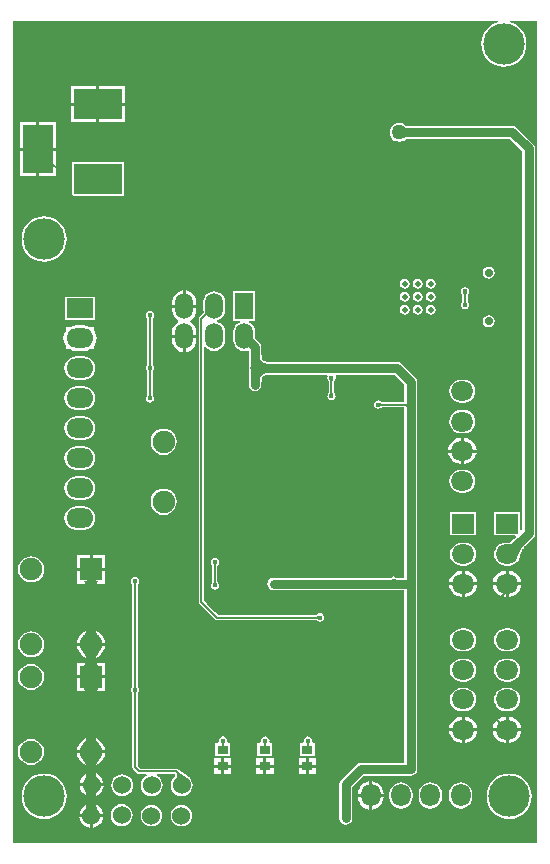
<source format=gbl>
%FSTAX23Y23*%
%MOIN*%
%SFA1B1*%

%IPPOS*%
%ADD12C,0.006000*%
%ADD13C,0.007900*%
%ADD27R,0.037400X0.031500*%
%ADD36C,0.060000*%
%ADD37O,0.065000X0.075000*%
%ADD38C,0.075000*%
%ADD39O,0.075000X0.065000*%
%ADD40C,0.027600*%
%ADD41R,0.160000X0.100000*%
%ADD42R,0.100000X0.160000*%
%ADD43R,0.075000X0.065000*%
%ADD44R,0.060000X0.086000*%
%ADD45O,0.060000X0.086000*%
%ADD46R,0.075000X0.075000*%
%ADD47O,0.090000X0.065000*%
%ADD48R,0.090000X0.065000*%
%ADD49C,0.138000*%
%ADD50C,0.015700*%
%ADD51C,0.030000*%
%ADD55C,0.019700*%
%ADD56C,0.050000*%
%LNpcb_bug-1*%
%LPD*%
G36*
X0406Y02327D02*
X02314D01*
Y05069*
X03929*
X03929Y05064*
X03921Y05061*
X03908Y05054*
X03897Y05045*
X03887Y05034*
X0388Y05021*
X03876Y05007*
X03874Y04992*
X03876Y04977*
X0388Y04963*
X03887Y0495*
X03897Y04939*
X03908Y04929*
X03921Y04922*
X03935Y04918*
X0395Y04916*
X03965Y04918*
X03979Y04922*
X03992Y04929*
X04003Y04939*
X04013Y0495*
X04019Y04963*
X04024Y04977*
X04025Y04992*
X04024Y05007*
X04019Y05021*
X04013Y05034*
X04003Y05045*
X03992Y05054*
X03979Y05061*
X0397Y05064*
X03971Y05069*
X0406*
Y02327*
G37*
%LNpcb_bug-2*%
%LPC*%
G36*
X02686Y04851D02*
X02601D01*
Y04796*
X02686*
Y04851*
G37*
G36*
X02591D02*
X02506D01*
Y04796*
X02591*
Y04851*
G37*
G36*
X02686Y04786D02*
X02601D01*
Y04731*
X02686*
Y04786*
G37*
G36*
X02591D02*
X02506D01*
Y04731*
X02591*
Y04786*
G37*
G36*
X02456Y04731D02*
X02401D01*
Y04646*
X02456*
Y04731*
G37*
G36*
X02391D02*
X02336D01*
Y04646*
X02391*
Y04731*
G37*
G36*
X02456Y04636D02*
X02401D01*
Y04551*
X02456*
Y04636*
G37*
G36*
X02391D02*
X02336D01*
Y04551*
X02391*
Y04636*
G37*
G36*
X02682Y04597D02*
X0251D01*
Y04485*
X02682*
Y04597*
G37*
G36*
X02417Y04417D02*
X02402Y04416D01*
X02388Y04411*
X02375Y04404*
X02364Y04395*
X02354Y04384*
X02347Y04371*
X02343Y04356*
X02342Y04342*
X02343Y04327*
X02347Y04313*
X02354Y043*
X02364Y04288*
X02375Y04279*
X02388Y04272*
X02402Y04268*
X02417Y04266*
X02432Y04268*
X02446Y04272*
X02459Y04279*
X0247Y04288*
X0248Y043*
X02487Y04313*
X02491Y04327*
X02492Y04342*
X02491Y04356*
X02487Y04371*
X0248Y04384*
X0247Y04395*
X02459Y04404*
X02446Y04411*
X02432Y04416*
X02417Y04417*
G37*
G36*
X039Y0425D02*
X03892Y04249D01*
X03885Y04245*
X03881Y04238*
X03879Y0423*
X03881Y04223*
X03885Y04216*
X03892Y04212*
X039Y0421*
X03907Y04212*
X03914Y04216*
X03918Y04223*
X0392Y0423*
X03918Y04238*
X03914Y04245*
X03907Y04249*
X039Y0425*
G37*
G36*
X03706Y04209D02*
X037Y04208D01*
X03695Y04204*
X03691Y04199*
X0369Y04193*
X03691Y04186*
X03695Y04181*
X037Y04178*
X03706Y04176*
X03712Y04178*
X03718Y04181*
X03721Y04186*
X03722Y04193*
X03721Y04199*
X03718Y04204*
X03712Y04208*
X03706Y04209*
G37*
G36*
X03663D02*
X03657Y04208D01*
X03651Y04204*
X03648Y04199*
X03647Y04193*
X03648Y04186*
X03651Y04181*
X03657Y04178*
X03663Y04176*
X03669Y04178*
X03674Y04181*
X03678Y04186*
X03679Y04193*
X03678Y04199*
X03674Y04204*
X03669Y04208*
X03663Y04209*
G37*
G36*
X0362D02*
X03613Y04208D01*
X03608Y04204*
X03605Y04199*
X03603Y04193*
X03605Y04186*
X03608Y04181*
X03613Y04178*
X0362Y04176*
X03626Y04178*
X03631Y04181*
X03634Y04186*
X03636Y04193*
X03634Y04199*
X03631Y04204*
X03626Y04208*
X0362Y04209*
G37*
G36*
X03706Y04165D02*
X037Y04164D01*
X03695Y04161*
X03691Y04155*
X0369Y04149*
X03691Y04143*
X03695Y04138*
X037Y04134*
X03706Y04133*
X03712Y04134*
X03718Y04138*
X03721Y04143*
X03722Y04149*
X03721Y04155*
X03718Y04161*
X03712Y04164*
X03706Y04165*
G37*
G36*
X03663D02*
X03657Y04164D01*
X03651Y04161*
X03648Y04155*
X03647Y04149*
X03648Y04143*
X03651Y04138*
X03657Y04134*
X03663Y04133*
X03669Y04134*
X03674Y04138*
X03678Y04143*
X03679Y04149*
X03678Y04155*
X03674Y04161*
X03669Y04164*
X03663Y04165*
G37*
G36*
X0362D02*
X03613Y04164D01*
X03608Y04161*
X03605Y04155*
X03603Y04149*
X03605Y04143*
X03608Y04138*
X03613Y04134*
X0362Y04133*
X03626Y04134*
X03631Y04138*
X03634Y04143*
X03636Y04149*
X03634Y04155*
X03631Y04161*
X03626Y04164*
X0362Y04165*
G37*
G36*
X0289Y04171D02*
Y04161D01*
X0289Y04161*
X02891Y04161*
X0289*
Y04123*
X02925*
Y04131*
X02924Y04142*
X0292Y04152*
X02914Y0416*
X02905Y04166*
X02896Y0417*
X0289Y04171*
G37*
G36*
X0288D02*
X02875Y0417D01*
X02865Y04166*
X02857Y0416*
X0285Y04152*
X02846Y04142*
X02845Y04131*
Y04123*
X0288*
Y04161*
X02879*
X0288Y04161*
X0288Y04161*
Y04171*
G37*
G36*
X0382Y04181D02*
X03815Y0418D01*
X0381Y04177*
X03807Y04172*
X03806Y04167*
X03807Y04161*
X0381Y04158*
Y04158*
Y04157*
Y04157*
X0381Y04157*
Y04157*
Y04157*
X0381Y04157*
X0381Y04155*
Y04155*
X0381Y04154*
Y04135*
X0381Y04135*
X0381Y04133*
Y04133*
X0381Y04133*
Y04133*
X0381Y04132*
Y04132*
Y04132*
Y04132*
X03807Y04128*
X03806Y04123*
X03807Y04118*
X0381Y04113*
X03815Y0411*
X0382Y04109*
X03826Y0411*
X0383Y04113*
X03834Y04118*
X03835Y04123*
X03834Y04128*
X03831Y04132*
Y04132*
Y04132*
Y04132*
X03831Y04133*
Y04133*
X03831Y04133*
X03831Y04134*
Y04135*
X03831Y04135*
Y04154*
X03831Y04155*
X03831Y04156*
Y04156*
X03831Y04157*
Y04157*
Y04157*
X03831Y04157*
Y04157*
Y04158*
Y04158*
X03834Y04161*
X03835Y04167*
X03834Y04172*
X0383Y04177*
X03826Y0418*
X0382Y04181*
G37*
G36*
X03706Y04122D02*
X037Y04121D01*
X03695Y04117*
X03691Y04112*
X0369Y04106*
X03691Y041*
X03695Y04095*
X037Y04091*
X03706Y0409*
X03712Y04091*
X03718Y04095*
X03721Y041*
X03722Y04106*
X03721Y04112*
X03718Y04117*
X03712Y04121*
X03706Y04122*
G37*
G36*
X03663D02*
X03657Y04121D01*
X03651Y04117*
X03648Y04112*
X03647Y04106*
X03648Y041*
X03651Y04095*
X03657Y04091*
X03663Y0409*
X03669Y04091*
X03674Y04095*
X03678Y041*
X03679Y04106*
X03678Y04112*
X03674Y04117*
X03669Y04121*
X03663Y04122*
G37*
G36*
X0362D02*
X03613Y04121D01*
X03608Y04117*
X03605Y04112*
X03603Y04106*
X03605Y041*
X03608Y04095*
X03613Y04091*
X0362Y0409*
X03626Y04091*
X03631Y04095*
X03634Y041*
X03636Y04106*
X03634Y04112*
X03631Y04117*
X03626Y04121*
X0362Y04122*
G37*
G36*
X02588Y0415D02*
X02486D01*
Y04073*
X02588*
Y0415*
G37*
G36*
X039Y04087D02*
X03892Y04086D01*
X03885Y04081*
X03881Y04075*
X03879Y04067*
X03881Y04059*
X03885Y04053*
X03892Y04048*
X039Y04047*
X03907Y04048*
X03914Y04053*
X03918Y04059*
X0392Y04067*
X03918Y04075*
X03914Y04081*
X03907Y04086*
X039Y04087*
G37*
G36*
X02925Y04113D02*
X02885D01*
X02845*
Y04105*
X02846Y04095*
X0285Y04085*
X02857Y04077*
X02863Y04072*
X02864Y04068*
X02864Y04067*
X02863Y04066*
X02856Y0406*
X02849Y04052*
X02845Y04042*
X02844Y04031*
Y04023*
X02884*
X02924*
Y04031*
X02923Y04042*
X02919Y04052*
X02913Y0406*
X02906Y04065*
X02905Y04068*
X02906Y0407*
X02906Y04071*
X02914Y04077*
X0292Y04085*
X02924Y04095*
X02925Y04105*
Y04113*
G37*
G36*
X02984Y04168D02*
X02975Y04166D01*
X02966Y04163*
X02958Y04157*
X02953Y0415*
X02949Y04141*
X02948Y04131*
Y04105*
X02949Y04097*
X02948Y04096*
X02947Y04095*
X02947Y04094*
X02934Y04082*
X02932Y04079*
X02932Y04075*
Y03133*
X02932Y03129*
X02934Y03126*
X02987Y03074*
X0299Y03072*
X02993Y03071*
X03324*
X03324Y03071*
X03325*
X03325*
X03325Y03071*
X03326*
X03326Y03071*
X03326*
X03326Y03071*
X03326Y03071*
X03326*
X03327Y0307*
X03328Y0307*
X03331Y03067*
X03337Y03066*
X03342Y03067*
X03347Y0307*
X0335Y03075*
X03351Y0308*
X0335Y03086*
X03347Y0309*
X03342Y03094*
X03337Y03095*
X03331Y03094*
X03328Y03091*
X03327Y03091*
X03326Y0309*
X03326Y0309*
X03326Y0309*
X03326Y0309*
X03326*
X03326Y0309*
X03325*
X03325Y0309*
X03325*
X03324*
X03324Y0309*
X02997*
X0295Y03137*
Y03982*
X02955Y03984*
X02958Y0398*
X02966Y03974*
X02975Y0397*
X02984Y03969*
X02993Y0397*
X03002Y03974*
X0301Y0398*
X03016Y03987*
X03019Y03996*
X0302Y04005*
Y04031*
X03019Y04041*
X03016Y0405*
X0301Y04057*
X03002Y04063*
X02995Y04066*
Y04071*
X03002Y04074*
X0301Y0408*
X03016Y04087*
X03019Y04096*
X0302Y04105*
Y04131*
X03019Y04141*
X03016Y0415*
X0301Y04157*
X03002Y04163*
X02993Y04166*
X02984Y04168*
G37*
G36*
X02549Y04055D02*
X02524D01*
X02513Y04053*
X02503Y04049*
X02502Y04048*
X02489*
Y04035*
X02487Y04033*
X02483Y04023*
X02481Y04012*
X02483Y04001*
X02487Y0399*
X02489Y03988*
Y03974*
X02504*
X02513Y0397*
X02524Y03969*
X02549*
X0256Y0397*
X0257Y03974*
X02582*
Y03984*
X02586Y0399*
X02591Y04001*
X02592Y04012*
X02591Y04023*
X02586Y04033*
X02582Y04039*
Y04048*
X02572*
X02571Y04049*
X0256Y04053*
X02549Y04055*
G37*
G36*
X02924Y04013D02*
X02889D01*
Y03966*
X02895Y03966*
X02904Y0397*
X02913Y03977*
X02919Y03985*
X02923Y03995*
X02924Y04005*
Y04013*
G37*
G36*
X02879D02*
X02844D01*
Y04005*
X02845Y03995*
X02849Y03985*
X02856Y03977*
X02864Y0397*
X02874Y03966*
X02879Y03966*
Y04013*
G37*
G36*
X02549Y03951D02*
X02524D01*
X02514Y03949*
X02505Y03945*
X02497Y03939*
X02491Y03931*
X02487Y03922*
X02485Y03912*
X02487Y03902*
X02491Y03892*
X02497Y03884*
X02505Y03878*
X02514Y03874*
X02524Y03873*
X02549*
X02559Y03874*
X02569Y03878*
X02577Y03884*
X02583Y03892*
X02587Y03902*
X02588Y03912*
X02587Y03922*
X02583Y03931*
X02577Y03939*
X02569Y03945*
X02559Y03949*
X02549Y03951*
G37*
G36*
X0312Y04167D02*
X03048D01*
Y04069*
X03069*
X0307Y04064*
X03066Y04063*
X03058Y04057*
X03053Y0405*
X03049Y04041*
X03048Y04031*
Y04005*
X03049Y03996*
X03053Y03987*
X03058Y0398*
X03066Y03974*
X03075Y0397*
X03084Y03969*
X03093Y0397*
X03094Y03971*
X03099Y03968*
Y03911*
Y03856*
X031Y03848*
X03105Y03841*
X03112Y03836*
X0312Y03834*
X03128Y03836*
X03135Y03841*
X0314Y03848*
X03141Y03856*
Y03866*
X03142Y03866*
X03142Y03871*
X03143Y03875*
X03144Y03879*
X03145Y03882*
X03147Y03884*
X03149Y03886*
X03152Y03887*
X03156Y03889*
X0316Y03889*
X03165Y0389*
X03166Y0389*
X03359*
X03362Y03885*
Y03885*
X03361Y0388*
X03362Y03874*
X03365Y0387*
X03365Y03869*
X03365Y03869*
X03366Y03869*
X03366Y03869*
Y03869*
X03366Y03869*
Y03869*
X03366Y03868*
Y03868*
Y03868*
X03366Y03867*
X03366Y03867*
Y03831*
X03366Y0383*
X03366Y0383*
Y03829*
Y03829*
X03366Y03829*
Y03829*
X03366Y03829*
Y03829*
X03366Y03828*
X03365Y03828*
X03365Y03828*
X03365Y03827*
X03362Y03823*
X03361Y03818*
X03362Y03812*
X03365Y03808*
X0337Y03805*
X03375Y03804*
X03381Y03805*
X03385Y03808*
X03388Y03812*
X03389Y03818*
X03388Y03823*
X03386Y03827*
X03386Y03828*
X03385Y03828*
X03385Y03828*
Y03828*
X03385Y03828*
X03385Y03828*
Y03829*
X03385Y03829*
Y03829*
Y03829*
X03385Y0383*
X03385Y03831*
Y03867*
X03385Y03867*
X03385Y03868*
Y03868*
Y03868*
X03385Y03869*
Y03869*
X03385Y03869*
Y03869*
X03385Y03869*
X03385Y03869*
X03386Y03869*
X03386Y0387*
X03388Y03874*
X0339Y0388*
X03389Y03885*
Y03885*
X03391Y0389*
X03585*
X03618Y03857*
Y03799*
X03544*
X03543Y038*
X03543*
X03543*
X03542*
X03542Y038*
X03542*
X03542Y038*
X03542Y038*
X03542*
X03542Y038*
X03541Y038*
X0354Y03801*
X03537Y03803*
X03531Y03804*
X03526Y03803*
X03521Y038*
X03518Y03796*
X03517Y0379*
X03518Y03785*
X03521Y0378*
X03526Y03777*
X03531Y03776*
X03537Y03777*
X0354Y0378*
X03541Y0378*
X03542Y0378*
X03542Y0378*
X03542Y0378*
X03542*
X03542Y03781*
X03542*
X03542Y03781*
X03543*
X03543Y03781*
X03543*
X03544Y03781*
X03618*
Y03213*
X0359*
X03587Y03215*
X03582Y03217*
X03577Y03215*
X03573Y03213*
X03182*
X03174Y03212*
X03167Y03207*
X03163Y032*
X03161Y03192*
X03163Y03184*
X03167Y03177*
X03174Y03172*
X03182Y03171*
X03618*
Y02596*
X03473*
X03465Y02594*
X03458Y0259*
X03408Y0254*
X03403Y02533*
X03401Y02525*
Y02411*
X03403Y02403*
X03408Y02396*
X03415Y02391*
X03423Y0239*
X03431Y02391*
X03438Y02396*
X03443Y02403*
X03444Y02411*
Y02516*
X03482Y02553*
X03639*
X03647Y02555*
X03654Y02559*
X03659Y02566*
X03661Y02575*
Y0379*
X03661Y0379*
Y03866*
X03659Y03874*
X03654Y03881*
X03609Y03926*
X03602Y03931*
X03594Y03932*
X03166*
X03165Y03933*
X0316Y03933*
X03156Y03934*
X03152Y03935*
X03149Y03936*
X03147Y03938*
X03145Y0394*
X03144Y03943*
X03143Y03947*
X03142Y03951*
X03142Y03956*
X03141Y03957*
Y03982*
X0314Y03991*
X03135Y03998*
X0312Y04012*
Y04031*
X03119Y04041*
X03116Y0405*
X0311Y04057*
X03102Y04063*
X03098Y04064*
X03099Y04069*
X0312*
Y04167*
G37*
G36*
X0277Y04103D02*
X02764Y04102D01*
X0276Y04099*
X02757Y04094*
X02756Y04089*
X02757Y04083*
X02759Y0408*
X02759Y04079*
X0276Y04079*
X0276Y04078*
X0276Y04078*
X0276Y04078*
Y04078*
X0276Y04078*
Y04078*
Y04078*
X0276Y04077*
Y04077*
X02761Y04076*
Y03925*
X0276Y03924*
Y03924*
X0276Y03924*
Y03923*
Y03923*
X0276Y03923*
Y03923*
X0276Y03923*
X0276Y03923*
X0276Y03923*
X02759Y03922*
X02759Y03921*
X02757Y03918*
X02756Y03912*
X02757Y03907*
X02759Y03903*
X02759Y03902*
X0276Y03902*
X0276Y03902*
X0276Y03902*
X0276Y03902*
Y03901*
X0276Y03901*
Y03901*
Y03901*
X0276Y03901*
Y039*
X02761Y03899*
Y03824*
X0276Y03823*
Y03822*
X0276Y03822*
Y03822*
Y03822*
X0276Y03821*
Y03821*
X0276Y03821*
X0276Y03821*
X0276Y03821*
X02759Y03821*
X02759Y0382*
X02757Y03816*
X02756Y03811*
X02757Y03805*
X0276Y03801*
X02764Y03798*
X0277Y03796*
X02775Y03798*
X0278Y03801*
X02783Y03805*
X02784Y03811*
X02783Y03816*
X0278Y0382*
X0278Y03821*
X0278Y03821*
X0278Y03821*
Y03821*
X02779Y03821*
Y03821*
X02779Y03822*
Y03822*
X02779Y03822*
Y03822*
Y03823*
X02779Y03824*
Y03899*
X02779Y039*
Y03901*
Y03901*
X02779Y03901*
Y03901*
X02779Y03901*
Y03902*
X0278Y03902*
Y03902*
X0278Y03902*
X0278Y03902*
X0278Y03903*
X02783Y03907*
X02784Y03912*
X02783Y03918*
X0278Y03921*
X0278Y03922*
X0278Y03923*
X0278Y03923*
Y03923*
X02779Y03923*
Y03923*
X02779Y03923*
Y03923*
X02779Y03924*
Y03924*
Y03924*
X02779Y03925*
Y04076*
X02779Y04077*
Y04077*
Y04078*
X02779Y04078*
Y04078*
X02779Y04078*
Y04078*
X0278Y04078*
Y04078*
X0278Y04079*
X0278Y04079*
X0278Y0408*
X02783Y04083*
X02784Y04089*
X02783Y04094*
X0278Y04099*
X02775Y04102*
X0277Y04103*
G37*
G36*
X03816Y03873D02*
X03806D01*
X03796Y03872*
X03787Y03868*
X03779Y03862*
X03773Y03854*
X03769Y03844*
X03768Y03834*
X03769Y03824*
X03773Y03815*
X03779Y03807*
X03787Y03801*
X03796Y03797*
X03806Y03795*
X03816*
X03826Y03797*
X03836Y03801*
X03844Y03807*
X0385Y03815*
X03854Y03824*
X03855Y03834*
X03854Y03844*
X0385Y03854*
X03844Y03862*
X03836Y03868*
X03826Y03872*
X03816Y03873*
G37*
G36*
X02549Y03851D02*
X02524D01*
X02514Y03849*
X02505Y03845*
X02497Y03839*
X02491Y03831*
X02487Y03822*
X02485Y03812*
X02487Y03802*
X02491Y03792*
X02497Y03784*
X02505Y03778*
X02514Y03774*
X02524Y03773*
X02549*
X02559Y03774*
X02569Y03778*
X02577Y03784*
X02583Y03792*
X02587Y03802*
X02588Y03812*
X02587Y03822*
X02583Y03831*
X02577Y03839*
X02569Y03845*
X02559Y03849*
X02549Y03851*
G37*
G36*
X03816Y03772D02*
X03806D01*
X03796Y03771*
X03787Y03767*
X03779Y03761*
X03773Y03753*
X03769Y03743*
X03768Y03733*
X03769Y03723*
X03773Y03714*
X03779Y03706*
X03787Y037*
X03796Y03696*
X03806Y03694*
X03816*
X03826Y03696*
X03836Y037*
X03844Y03706*
X0385Y03714*
X03854Y03723*
X03855Y03733*
X03854Y03743*
X0385Y03753*
X03844Y03761*
X03836Y03767*
X03826Y03771*
X03816Y03772*
G37*
G36*
X02549Y03751D02*
X02524D01*
X02514Y03749*
X02505Y03745*
X02497Y03739*
X02491Y03731*
X02487Y03722*
X02485Y03712*
X02487Y03702*
X02491Y03692*
X02497Y03684*
X02505Y03678*
X02514Y03674*
X02524Y03673*
X02549*
X02559Y03674*
X02569Y03678*
X02577Y03684*
X02583Y03692*
X02587Y03702*
X02588Y03712*
X02587Y03722*
X02583Y03731*
X02577Y03739*
X02569Y03745*
X02559Y03749*
X02549Y03751*
G37*
G36*
X03816Y03678D02*
Y0364D01*
X03859*
X03858Y03646*
X03853Y03657*
X03847Y03665*
X03838Y03672*
X03827Y03677*
X03816Y03678*
G37*
G36*
X03806D02*
D01*
X03795Y03677*
X03785Y03672*
X03776Y03665*
X03769Y03657*
X03765Y03646*
X03764Y0364*
X03806*
Y03678*
G37*
G36*
X02816Y0371D02*
X02804Y03708D01*
X02794Y03704*
X02785Y03697*
X02778Y03688*
X02773Y03677*
X02772Y03666*
X02773Y03654*
X02778Y03644*
X02785Y03635*
X02794Y03628*
X02804Y03623*
X02816Y03622*
X02827Y03623*
X02838Y03628*
X02847Y03635*
X02854Y03644*
X02858Y03654*
X0286Y03666*
X02858Y03677*
X02854Y03688*
X02847Y03697*
X02838Y03704*
X02827Y03708*
X02816Y0371*
G37*
G36*
X03859Y0363D02*
X03816D01*
Y03592*
X03827Y03594*
X03838Y03598*
X03847Y03605*
X03853Y03614*
X03858Y03624*
X03859Y0363*
G37*
G36*
X03806D02*
X03764D01*
X03765Y03624*
X03769Y03614*
X03776Y03605*
X03785Y03598*
X03795Y03594*
X03806Y03592*
Y0363*
G37*
G36*
X02549Y03651D02*
X02524D01*
X02514Y03649*
X02505Y03645*
X02497Y03639*
X02491Y03631*
X02487Y03622*
X02485Y03612*
X02487Y03602*
X02491Y03592*
X02497Y03584*
X02505Y03578*
X02514Y03574*
X02524Y03573*
X02549*
X02559Y03574*
X02569Y03578*
X02577Y03584*
X02583Y03592*
X02587Y03602*
X02588Y03612*
X02587Y03622*
X02583Y03631*
X02577Y03639*
X02569Y03645*
X02559Y03649*
X02549Y03651*
G37*
G36*
X03816Y03573D02*
X03806D01*
X03796Y03572*
X03787Y03568*
X03779Y03562*
X03773Y03554*
X03769Y03544*
X03768Y03534*
X03769Y03524*
X03773Y03515*
X03779Y03507*
X03787Y03501*
X03796Y03497*
X03806Y03495*
X03816*
X03826Y03497*
X03836Y03501*
X03844Y03507*
X0385Y03515*
X03854Y03524*
X03855Y03534*
X03854Y03544*
X0385Y03554*
X03844Y03562*
X03836Y03568*
X03826Y03572*
X03816Y03573*
G37*
G36*
X02549Y03551D02*
X02524D01*
X02514Y03549*
X02505Y03545*
X02497Y03539*
X02491Y03531*
X02487Y03522*
X02485Y03512*
X02487Y03502*
X02491Y03492*
X02497Y03484*
X02505Y03478*
X02514Y03474*
X02524Y03473*
X02549*
X02559Y03474*
X02569Y03478*
X02577Y03484*
X02583Y03492*
X02587Y03502*
X02588Y03512*
X02587Y03522*
X02583Y03531*
X02577Y03539*
X02569Y03545*
X02559Y03549*
X02549Y03551*
G37*
G36*
X02816Y0351D02*
X02804Y03508D01*
X02794Y03504*
X02785Y03497*
X02778Y03488*
X02773Y03477*
X02772Y03466*
X02773Y03454*
X02778Y03444*
X02785Y03435*
X02794Y03428*
X02804Y03423*
X02816Y03422*
X02827Y03423*
X02838Y03428*
X02847Y03435*
X02854Y03444*
X02858Y03454*
X0286Y03466*
X02858Y03477*
X02854Y03488*
X02847Y03497*
X02838Y03504*
X02827Y03508*
X02816Y0351*
G37*
G36*
X02549Y03451D02*
X02524D01*
X02514Y03449*
X02505Y03445*
X02497Y03439*
X02491Y03431*
X02487Y03422*
X02485Y03412*
X02487Y03402*
X02491Y03392*
X02497Y03384*
X02505Y03378*
X02514Y03374*
X02524Y03373*
X02549*
X02559Y03374*
X02569Y03378*
X02577Y03384*
X02583Y03392*
X02587Y03402*
X02588Y03412*
X02587Y03422*
X02583Y03431*
X02577Y03439*
X02569Y03445*
X02559Y03449*
X02549Y03451*
G37*
G36*
X03601Y04729D02*
X03593Y04728D01*
X03585Y04724*
X03578Y04719*
X03574Y04713*
X0357Y04705*
X03569Y04697*
X0357Y04689*
X03574Y04682*
X03578Y04675*
X03585Y0467*
X03593Y04667*
X03601Y04666*
X03609Y04667*
X03616Y0467*
X03622Y04674*
X03622Y04675*
X03622Y04675*
X03622Y04675*
X03623Y04675*
X03624Y04675*
X03625Y04675*
X03633Y04676*
X03636*
X03636Y04676*
X0397*
X04011Y04635*
Y03372*
X04009Y03371*
X04004Y03373*
Y03431*
X03917*
Y03354*
X03988*
X03989Y0335*
Y03349*
X03984Y03343*
X03978Y03338*
X03973Y03334*
X03969Y03331*
X03966Y0333*
X03966*
X03956*
X03952Y03329*
X03951Y0333*
X03951Y03329*
X03951Y03329*
X0395Y03329*
X03946Y03329*
X03936Y03325*
X03928Y03319*
X03922Y0331*
X03918Y03301*
X03917Y03291*
X03918Y03281*
X03922Y03272*
X03928Y03264*
X03936Y03257*
X03946Y03254*
X03956Y03252*
X03966*
X03976Y03254*
X03985Y03257*
X03993Y03264*
X03999Y03272*
X04003Y03281*
X04003Y03283*
X04004Y03284*
X04004Y03288*
X04005Y03292*
X04006Y03296*
X04008Y033*
X04009Y03303*
X04011Y03307*
X04013Y0331*
X04016Y03313*
X04018Y03317*
X04022Y0332*
X04022Y0332*
X04022Y0332*
X04022Y0332*
X04047Y03346*
X04052Y03353*
X04054Y03361*
Y04644*
X04052Y04652*
X04047Y04659*
X03994Y04712*
X03987Y04717*
X03978Y04719*
X03636*
X03636Y04719*
X03633*
X03628Y04719*
X03625Y04719*
X03624Y0472*
X03623Y0472*
X03622Y0472*
X03622Y0472*
X03622Y0472*
X03622Y0472*
X03616Y04724*
X03609Y04728*
X03601Y04729*
G37*
G36*
X03858Y03431D02*
X03771D01*
Y03354*
X03858*
Y03431*
G37*
G36*
X03819Y0333D02*
X03809D01*
X03799Y03329*
X0379Y03325*
X03782Y03319*
X03775Y0331*
X03771Y03301*
X0377Y03291*
X03771Y03281*
X03775Y03272*
X03782Y03264*
X0379Y03257*
X03799Y03254*
X03809Y03252*
X03819*
X03829Y03254*
X03838Y03257*
X03846Y03264*
X03853Y03272*
X03857Y03281*
X03858Y03291*
X03857Y03301*
X03853Y0331*
X03846Y03319*
X03838Y03325*
X03829Y03329*
X03819Y0333*
G37*
G36*
X02621Y03288D02*
X02579D01*
Y03246*
X02621*
Y03288*
G37*
G36*
X02569D02*
X02526D01*
Y03246*
X02569*
Y03288*
G37*
G36*
X03819Y03236D02*
Y03198D01*
X03861*
X0386Y03204*
X03856Y03214*
X03849Y03223*
X0384Y0323*
X0383Y03234*
X03819Y03236*
G37*
G36*
X03809D02*
D01*
X03798Y03234*
X03788Y0323*
X03779Y03223*
X03772Y03214*
X03768Y03204*
X03767Y03198*
X03809*
Y03236*
G37*
G36*
X03966D02*
D01*
Y03198*
X04008*
X04007Y03204*
X04003Y03214*
X03996Y03223*
X03987Y0323*
X03977Y03234*
X03966Y03236*
G37*
G36*
X03956D02*
X03944Y03234D01*
X03934Y0323*
X03925Y03223*
X03918Y03214*
X03914Y03204*
X03913Y03198*
X03956*
Y03236*
G37*
G36*
X02374Y03285D02*
X02363Y03283D01*
X02352Y03279*
X02343Y03272*
X02336Y03263*
X02331Y03252*
X0233Y03241*
X02331Y03229*
X02336Y03219*
X02343Y0321*
X02352Y03203*
X02363Y03198*
X02374Y03197*
X02385Y03198*
X02396Y03203*
X02405Y0321*
X02412Y03219*
X02416Y03229*
X02418Y03241*
X02416Y03252*
X02412Y03263*
X02405Y03272*
X02396Y03279*
X02385Y03283*
X02374Y03285*
G37*
G36*
X02621Y03236D02*
X02579D01*
Y03203*
X02603*
X02601Y03203*
X02598Y03202*
X02596Y03201*
X02594Y03199*
X02592Y03196*
X02591Y03193*
X02621*
Y03236*
G37*
G36*
X02569D02*
X02526D01*
Y03193*
X02556*
X02555Y03196*
X02553Y03199*
X02551Y03201*
X02549Y03202*
X02546Y03203*
X02543Y03203*
X02569*
Y03236*
G37*
G36*
X02986Y03279D02*
X02981Y03277D01*
X02976Y03274*
X02973Y0327*
X02972Y03264*
X02973Y03259*
X02976Y03255*
X02976Y03254*
X02976Y03254*
X02976Y03254*
X02976Y03254*
Y03254*
X02977Y03254*
Y03253*
X02977Y03253*
Y03253*
Y03253*
Y03252*
X02977Y03252*
Y032*
X02977Y03199*
Y03198*
Y03198*
Y03198*
X02977Y03198*
Y03198*
X02976Y03197*
Y03197*
X02976Y03197*
X02976Y03197*
X02976Y03197*
X02976Y03196*
X02973Y03192*
X02972Y03187*
X02973Y03181*
X02976Y03177*
X02981Y03174*
X02986Y03173*
X02992Y03174*
X02996Y03177*
X02999Y03181*
X03Y03187*
X02999Y03192*
X02997Y03196*
X02996Y03197*
X02996Y03197*
X02996Y03197*
X02996Y03197*
Y03197*
X02996Y03198*
Y03198*
X02996Y03198*
Y03198*
X02996Y03198*
Y03199*
X02995Y032*
Y03252*
X02996Y03252*
Y03253*
X02996Y03253*
Y03253*
X02996Y03253*
Y03254*
X02996Y03254*
Y03254*
X02996Y03254*
X02996Y03254*
X02996Y03254*
X02997Y03255*
X02999Y03259*
X03Y03264*
X02999Y0327*
X02996Y03274*
X02992Y03277*
X02986Y03279*
G37*
G36*
X03956Y03188D02*
X03913D01*
X03914Y03182*
X03918Y03172*
X03925Y03163*
X03934Y03156*
X03944Y03152*
X03956Y0315*
Y03159*
X03955Y03159*
X03954Y03158*
X03953Y03157*
X03952Y03156*
X03945Y03157*
X03946Y03158*
X03946Y03159*
X03947Y0316*
X03947Y0316*
X03947Y03161*
X03947Y03161*
X03947Y03162*
X03947Y03162*
X03946Y03162*
X03946Y03162*
X03956Y03161*
Y03188*
G37*
G36*
X03861D02*
X03819D01*
Y0315*
X0383Y03152*
X0384Y03156*
X03849Y03163*
X03856Y03172*
X0386Y03182*
X03861Y03188*
G37*
G36*
X04008D02*
X03966D01*
Y0315*
X03977Y03152*
X03987Y03156*
X03996Y03163*
X04003Y03172*
X04007Y03182*
X04008Y03188*
G37*
G36*
X03809D02*
X03767D01*
X03768Y03182*
X03772Y03172*
X03779Y03163*
X03788Y03156*
X03798Y03152*
X03809Y0315*
Y03188*
G37*
G36*
X0259Y03036D02*
X0259Y03034D01*
X02591Y03031*
X02593Y03028*
X02594Y03025*
X02596Y03023*
X02598Y0302*
X026Y03018*
X02579Y02996*
Y02996*
X02621*
X0262Y03003*
X02615Y03015*
X02608Y03025*
X02598Y03032*
X0259Y03036*
G37*
G36*
X02557Y03035D02*
X0255Y03032D01*
X0254Y03025*
X02532Y03015*
X02528Y03003*
X02527Y02996*
X02568*
X02547Y03017*
X02549Y0302*
X02551Y03022*
X02553Y03025*
X02554Y03027*
X02556Y0303*
X02557Y03034*
X02557Y03035*
G37*
G36*
X03966Y03044D02*
X03956D01*
X03946Y03043*
X03936Y03039*
X03928Y03033*
X03922Y03025*
X03918Y03016*
X03917Y03006*
X03918Y02996*
X03922Y02986*
X03928Y02978*
X03936Y02972*
X03946Y02968*
X03956Y02967*
X03966*
X03976Y02968*
X03985Y02972*
X03993Y02978*
X03999Y02986*
X04003Y02996*
X04004Y03006*
X04003Y03016*
X03999Y03025*
X03993Y03033*
X03985Y03039*
X03976Y03043*
X03966Y03044*
G37*
G36*
X03819D02*
X03809D01*
X03799Y03043*
X0379Y03039*
X03782Y03033*
X03775Y03025*
X03771Y03016*
X0377Y03006*
X03771Y02996*
X03775Y02986*
X03782Y02978*
X0379Y02972*
X03799Y02968*
X03809Y02967*
X03819*
X03829Y02968*
X03838Y02972*
X03846Y02978*
X03853Y02986*
X03857Y02996*
X03858Y03006*
X03857Y03016*
X03853Y03025*
X03846Y03033*
X03838Y03039*
X03829Y03043*
X03819Y03044*
G37*
G36*
X02374Y03035D02*
X02363Y03033D01*
X02352Y03029*
X02343Y03022*
X02336Y03013*
X02331Y03002*
X0233Y02991*
X02331Y02979*
X02336Y02969*
X02343Y0296*
X02352Y02953*
X02363Y02948*
X02374Y02947*
X02385Y02948*
X02396Y02953*
X02405Y0296*
X02412Y02969*
X02416Y02979*
X02418Y02991*
X02416Y03002*
X02412Y03013*
X02405Y03022*
X02396Y03029*
X02385Y03033*
X02374Y03035*
G37*
G36*
X02568Y02986D02*
X02527D01*
X02528Y02978*
X02532Y02967*
X0254Y02957*
X0255Y02949*
X02557Y02946*
X02557Y02948*
X02556Y02951*
X02554Y02954*
X02553Y02957*
X02551Y0296*
X02549Y02962*
X02547Y02964*
X02568Y02986*
G37*
G36*
X02621D02*
X02579D01*
Y02985*
X026Y02964*
X02598Y02961*
X02596Y02959*
X02594Y02956*
X02593Y02954*
X02591Y02951*
X0259Y02948*
X0259Y02946*
X02598Y02949*
X02608Y02957*
X02615Y02967*
X0262Y02978*
X02621Y02986*
G37*
G36*
X02621Y0293D02*
X02591D01*
X02592Y02927*
X02594Y02924*
X02596Y02922*
X02598Y02921*
X02601Y0292*
X02603Y0292*
X02578*
Y02887*
X02621*
Y0293*
G37*
G36*
X02556D02*
X02526D01*
Y02887*
X02568*
Y0292*
X02543*
X02546Y0292*
X02549Y02921*
X02551Y02922*
X02553Y02924*
X02555Y02927*
X02556Y0293*
G37*
G36*
X03966Y02943D02*
X03956D01*
X03946Y02942*
X03936Y02938*
X03928Y02932*
X03922Y02924*
X03918Y02915*
X03917Y02905*
X03918Y02895*
X03922Y02885*
X03928Y02877*
X03936Y02871*
X03946Y02867*
X03956Y02866*
X03966*
X03976Y02867*
X03985Y02871*
X03993Y02877*
X03999Y02885*
X04003Y02895*
X04004Y02905*
X04003Y02915*
X03999Y02924*
X03993Y02932*
X03985Y02938*
X03976Y02942*
X03966Y02943*
G37*
G36*
X03819D02*
X03809D01*
X03799Y02942*
X0379Y02938*
X03782Y02932*
X03775Y02924*
X03771Y02915*
X0377Y02905*
X03771Y02895*
X03775Y02885*
X03782Y02877*
X0379Y02871*
X03799Y02867*
X03809Y02866*
X03819*
X03829Y02867*
X03838Y02871*
X03846Y02877*
X03853Y02885*
X03857Y02895*
X03858Y02905*
X03857Y02915*
X03853Y02924*
X03846Y02932*
X03838Y02938*
X03829Y02942*
X03819Y02943*
G37*
G36*
X02373Y02926D02*
X02362Y02925D01*
X02352Y0292*
X02342Y02913*
X02335Y02904*
X02331Y02894*
X0233Y02882*
X02331Y02871*
X02335Y0286*
X02342Y02851*
X02352Y02844*
X02362Y0284*
X02373Y02838*
X02385Y0284*
X02395Y02844*
X02405Y02851*
X02411Y0286*
X02416Y02871*
X02417Y02882*
X02416Y02894*
X02411Y02904*
X02405Y02913*
X02395Y0292*
X02385Y02925*
X02373Y02926*
G37*
G36*
X02621Y02877D02*
X02578D01*
Y02845*
X02603*
X02601Y02845*
X02598Y02844*
X02596Y02842*
X02594Y0284*
X02592Y02837*
X02591Y02835*
X02621*
Y02877*
G37*
G36*
X02568D02*
X02526D01*
Y02835*
X02556*
X02555Y02837*
X02553Y0284*
X02551Y02842*
X02549Y02844*
X02546Y02845*
X02543Y02845*
X02568*
Y02877*
G37*
G36*
X03966Y02845D02*
X03956D01*
X03946Y02844*
X03936Y0284*
X03928Y02834*
X03922Y02826*
X03918Y02817*
X03917Y02807*
X03918Y02797*
X03922Y02787*
X03928Y02779*
X03936Y02773*
X03946Y02769*
X03956Y02768*
X03966*
X03976Y02769*
X03985Y02773*
X03993Y02779*
X03999Y02787*
X04003Y02797*
X04004Y02807*
X04003Y02817*
X03999Y02826*
X03993Y02834*
X03985Y0284*
X03976Y02844*
X03966Y02845*
G37*
G36*
X03819D02*
X03809D01*
X03799Y02844*
X0379Y0284*
X03782Y02834*
X03775Y02826*
X03771Y02817*
X0377Y02807*
X03771Y02797*
X03775Y02787*
X03782Y02779*
X0379Y02773*
X03799Y02769*
X03809Y02768*
X03819*
X03829Y02769*
X03838Y02773*
X03846Y02779*
X03853Y02787*
X03857Y02797*
X03858Y02807*
X03857Y02817*
X03853Y02826*
X03846Y02834*
X03838Y0284*
X03829Y02844*
X03819Y02845*
G37*
G36*
Y02748D02*
Y02711D01*
X03861*
X0386Y02717*
X03856Y02727*
X03849Y02736*
X0384Y02743*
X0383Y02747*
X03819Y02748*
G37*
G36*
X03809D02*
D01*
X03798Y02747*
X03788Y02743*
X03779Y02736*
X03772Y02727*
X03768Y02717*
X03767Y02711*
X03809*
Y02748*
G37*
G36*
X03966D02*
D01*
Y02711*
X04008*
X04007Y02717*
X04003Y02727*
X03996Y02736*
X03987Y02743*
X03977Y02747*
X03966Y02748*
G37*
G36*
X03956D02*
X03944Y02747D01*
X03934Y02743*
X03925Y02736*
X03918Y02727*
X03914Y02717*
X03913Y02711*
X03956*
Y02748*
G37*
G36*
X03861Y02701D02*
X03819D01*
Y02663*
X0383Y02664*
X0384Y02668*
X03849Y02675*
X03856Y02684*
X0386Y02694*
X03861Y02701*
G37*
G36*
X03956D02*
X03913D01*
X03914Y02694*
X03918Y02684*
X03925Y02675*
X03934Y02668*
X03944Y02664*
X03956Y02663*
Y02701*
G37*
G36*
X04008D02*
X03966D01*
Y02663*
X03977Y02664*
X03987Y02668*
X03996Y02675*
X04003Y02684*
X04007Y02694*
X04008Y02701*
G37*
G36*
X03809D02*
X03767D01*
X03768Y02694*
X03772Y02684*
X03779Y02675*
X03788Y02668*
X03798Y02664*
X03809Y02663*
Y02701*
G37*
G36*
X0259Y02677D02*
X0259Y02675D01*
X02591Y02672*
X02593Y02669*
X02594Y02666*
X02596Y02664*
X02598Y02661*
X026Y02659*
X02578*
Y02637*
X02621*
X0262Y02645*
X02615Y02656*
X02607Y02666*
X02597Y02674*
X0259Y02677*
G37*
G36*
X02557D02*
X0255Y02674D01*
X0254Y02666*
X02532Y02656*
X02527Y02645*
X02526Y02637*
X02568*
Y02659*
X02547*
X02549Y02661*
X02551Y02664*
X02553Y02666*
X02554Y02669*
X02556Y02672*
X02557Y02675*
X02557Y02677*
G37*
G36*
X03296Y02684D02*
X03291Y02683D01*
X03286Y0268*
X03283Y02676*
X03282Y0267*
X03283Y02667*
X03279Y02662*
X0327*
Y02618*
X03319*
Y02662*
X03312*
X03309Y02667*
X0331Y0267*
X03309Y02676*
X03306Y0268*
X03301Y02683*
X03296Y02684*
G37*
G36*
X03154Y02684D02*
X03149Y02683D01*
X03144Y0268*
X03141Y02675*
X0314Y0267*
X03141Y02667*
X03138Y02662*
X03128*
Y02618*
X03178*
Y02662*
X03171*
X03168Y02667*
X03169Y0267*
X03167Y02675*
X03164Y0268*
X0316Y02683*
X03154Y02684*
G37*
G36*
X03013Y02684D02*
X03008Y02683D01*
X03003Y0268*
X03Y02676*
X02999Y0267*
X03Y02667*
X02997Y02662*
X02987*
Y02618*
X03036*
Y02662*
X0303*
X03027Y02667*
X03027Y0267*
X03026Y02676*
X03023Y0268*
X03019Y02683*
X03013Y02684*
G37*
G36*
X03323Y02611D02*
X033D01*
Y0259*
X03323*
Y02611*
G37*
G36*
X0329D02*
X03266D01*
Y0259*
X0329*
Y02611*
G37*
G36*
X03182D02*
X03158D01*
Y0259*
X03182*
Y02611*
G37*
G36*
X03148D02*
X03124D01*
Y0259*
X03148*
Y02611*
G37*
G36*
X0304D02*
X03017D01*
Y0259*
X0304*
Y02611*
G37*
G36*
X03007D02*
X02983D01*
Y0259*
X03007*
Y02611*
G37*
G36*
X02373Y02676D02*
X02362Y02675D01*
X02352Y0267*
X02342Y02663*
X02335Y02654*
X02331Y02644*
X0233Y02632*
X02331Y02621*
X02335Y0261*
X02342Y02601*
X02352Y02594*
X02362Y0259*
X02373Y02588*
X02385Y0259*
X02395Y02594*
X02405Y02601*
X02411Y0261*
X02416Y02621*
X02417Y02632*
X02416Y02644*
X02411Y02654*
X02405Y02663*
X02395Y0267*
X02385Y02675*
X02373Y02676*
G37*
G36*
X02621Y02627D02*
X02578D01*
Y02606*
X026*
X02598Y02603*
X02596Y02601*
X02594Y02598*
X02593Y02595*
X02591Y02592*
X0259Y02589*
X0259Y02588*
X02597Y02591*
X02607Y02598*
X02615Y02608*
X0262Y0262*
X02621Y02627*
G37*
G36*
X02568D02*
X02526D01*
X02527Y0262*
X02532Y02608*
X0254Y02598*
X0255Y02591*
X02557Y02588*
X02557Y02589*
X02556Y02592*
X02554Y02595*
X02553Y02598*
X02551Y02601*
X02549Y02603*
X02547Y02606*
X02568*
Y02627*
G37*
G36*
X03323Y0258D02*
X033D01*
Y02559*
X03323*
Y0258*
G37*
G36*
X0329D02*
X03266D01*
Y02559*
X0329*
Y0258*
G37*
G36*
X03182D02*
X03158D01*
Y02559*
X03182*
Y0258*
G37*
G36*
X03148D02*
X03124D01*
Y02559*
X03148*
Y0258*
G37*
G36*
X0304D02*
X03017D01*
Y02559*
X0304*
Y0258*
G37*
G36*
X03007D02*
X02983D01*
Y02559*
X03007*
Y0258*
G37*
G36*
X02589Y02561D02*
X02589Y02559D01*
X0259Y02557*
X0259Y02554*
X02591Y02552*
X02592Y0255*
X02593Y02549*
X02594Y02547*
X02595Y02546*
X02581Y02532*
Y02528*
X02616*
X02615Y02533*
X02611Y02543*
X02605Y02552*
X02596Y02558*
X02589Y02561*
G37*
G36*
X02558Y02559D02*
X02556Y02558D01*
X02548Y02552*
X02541Y02543*
X02537Y02533*
X02536Y02528*
X02568*
X02553Y02543*
X02554Y02544*
X02555Y02545*
X02556Y02547*
X02557Y02549*
X02557Y02551*
X02558Y02554*
X02558Y02556*
X02558Y02559*
G37*
G36*
X03511Y02534D02*
Y02492D01*
X03549*
X03547Y02503*
X03543Y02513*
X03536Y02522*
X03527Y02529*
X03517Y02533*
X03511Y02534*
G37*
G36*
X03501D02*
X03495Y02533D01*
X03484Y02529*
X03475Y02522*
X03469Y02513*
X03464Y02503*
X03463Y02492*
X03501*
Y02534*
G37*
G36*
X02568Y02518D02*
X02536D01*
X02537Y02513*
X02541Y02503*
X02548Y02494*
X02556Y02488*
X02558Y02487*
X02558Y0249*
X02558Y02492*
X02557Y02495*
X02557Y02497*
X02556Y02499*
X02555Y02501*
X02554Y02502*
X02553Y02503*
X02568Y02518*
G37*
G36*
X02616D02*
X02581D01*
Y02514*
X02595Y025*
X02594Y02499*
X02593Y02497*
X02592Y02496*
X02591Y02494*
X0259Y02492*
X0259Y02489*
X02589Y02487*
X02589Y02485*
X02596Y02488*
X02605Y02494*
X02611Y02503*
X02615Y02513*
X02616Y02518*
G37*
G36*
X02721Y03216D02*
X02715Y03215D01*
X02711Y03212*
X02708Y03207*
X02707Y03202*
X02708Y03196*
X0271Y03193*
X0271Y03192*
X0271Y03192*
X02711Y03192*
X02711Y03191*
Y03191*
X02711Y03191*
X02711Y03191*
Y03191*
X02711Y03191*
Y0319*
Y0319*
X02711Y03189*
Y02853*
X02711Y02852*
Y02851*
Y02851*
X02711Y02851*
Y02851*
X02711Y02851*
Y02851*
X02711Y0285*
X02711Y0285*
X0271Y0285*
X0271Y0285*
X0271Y02849*
X02707Y02845*
X02706Y0284*
X02707Y02834*
X0271Y02831*
X0271Y0283*
X0271Y02829*
X02711Y02829*
X02711Y02829*
X02711Y02829*
Y02829*
X02711Y02829*
Y02829*
X02711Y02828*
Y02828*
Y02828*
X02711Y02827*
Y02582*
X02712Y02578*
X02714Y02576*
X02729Y0256*
X02732Y02558*
X02735Y02558*
X02758*
X02759Y02553*
X02758Y02552*
X0275Y02547*
X02745Y02539*
X02741Y0253*
X0274Y02521*
X02741Y02512*
X02745Y02503*
X0275Y02495*
X02758Y0249*
X02767Y02486*
X02776Y02485*
X02785Y02486*
X02794Y0249*
X02802Y02495*
X02808Y02503*
X02811Y02512*
X02812Y02521*
X02811Y0253*
X02808Y02539*
X02802Y02547*
X02794Y02552*
X02793Y02553*
X02794Y02558*
X02851*
X02852Y02557*
X02853Y02555*
X02854Y02553*
X02854Y02552*
X02852Y0255*
X02851Y02548*
X02849Y02545*
Y02545*
X02849*
X02848Y02544*
X02845Y02539*
X02841Y0253*
X0284Y02521*
X02841Y02512*
X02845Y02503*
X0285Y02495*
X02858Y0249*
X02867Y02486*
X02876Y02485*
X02885Y02486*
X02894Y0249*
X02902Y02495*
X02908Y02503*
X02911Y02512*
X02912Y02521*
X02911Y0253*
X02908Y02539*
X02902Y02547*
X02897Y0255*
X02897Y02551*
X02897Y02551*
X02897Y02551*
X02867Y02571*
X02867Y02571*
X02865Y02573*
X02862Y02575*
X02858Y02576*
X02739*
X0273Y02586*
Y02827*
X0273Y02828*
Y02828*
Y02828*
X0273Y02829*
Y02829*
X0273Y02829*
Y02829*
X0273Y02829*
Y02829*
X0273Y02829*
X02731Y0283*
X02731Y02831*
X02734Y02834*
X02735Y0284*
X02734Y02845*
X02731Y02849*
X02731Y0285*
X0273Y0285*
X0273Y0285*
Y0285*
X0273Y02851*
Y02851*
X0273Y02851*
Y02851*
X0273Y02851*
Y02851*
Y02852*
X0273Y02853*
Y03189*
X0273Y03189*
Y0319*
Y0319*
X0273Y0319*
Y03191*
Y03191*
X0273Y03191*
Y03191*
X0273*
X0273Y03191*
X02731Y03191*
X02731Y03192*
X02734Y03196*
X02735Y03202*
X02734Y03207*
X02731Y03212*
X02726Y03215*
X02721Y03216*
G37*
G36*
X02677Y02557D02*
X02668Y02556D01*
X02659Y02552*
X02651Y02547*
X02646Y02539*
X02642Y0253*
X02641Y02521*
X02642Y02512*
X02646Y02503*
X02651Y02495*
X02659Y0249*
X02668Y02486*
X02677Y02485*
X02686Y02486*
X02695Y0249*
X02703Y02495*
X02709Y02503*
X02712Y02512*
X02713Y02521*
X02712Y0253*
X02709Y02539*
X02703Y02547*
X02695Y02552*
X02686Y02556*
X02677Y02557*
G37*
G36*
X03806Y02531D02*
X03796Y0253D01*
X03786Y02526*
X03778Y02519*
X03772Y02511*
X03768Y02502*
X03767Y02492*
Y02482*
X03768Y02472*
X03772Y02463*
X03778Y02455*
X03786Y02448*
X03796Y02445*
X03806Y02443*
X03816Y02445*
X03825Y02448*
X03833Y02455*
X03839Y02463*
X03843Y02472*
X03845Y02482*
Y02492*
X03843Y02502*
X03839Y02511*
X03833Y02519*
X03825Y02526*
X03816Y0253*
X03806Y02531*
G37*
G36*
X03705D02*
X03695Y0253D01*
X03685Y02526*
X03677Y02519*
X03671Y02511*
X03667Y02502*
X03666Y02492*
Y02482*
X03667Y02472*
X03671Y02463*
X03677Y02455*
X03685Y02448*
X03695Y02445*
X03705Y02443*
X03715Y02445*
X03724Y02448*
X03732Y02455*
X03738Y02463*
X03742Y02472*
X03744Y02482*
Y02492*
X03742Y02502*
X03738Y02511*
X03732Y02519*
X03724Y02526*
X03715Y0253*
X03705Y02531*
G37*
G36*
X03607D02*
X03597Y0253D01*
X03587Y02526*
X03579Y02519*
X03573Y02511*
X03569Y02502*
X03568Y02492*
Y02482*
X03569Y02472*
X03573Y02463*
X03579Y02455*
X03587Y02448*
X03597Y02445*
X03607Y02443*
X03617Y02445*
X03626Y02448*
X03634Y02455*
X0364Y02463*
X03644Y02472*
X03646Y02482*
Y02492*
X03644Y02502*
X0364Y02511*
X03634Y02519*
X03626Y02526*
X03617Y0253*
X03607Y02531*
G37*
G36*
X03549Y02482D02*
X03511D01*
Y0244*
X03517Y02441*
X03527Y02445*
X03536Y02452*
X03543Y02461*
X03547Y02471*
X03549Y02482*
G37*
G36*
X03501D02*
X03463D01*
X03464Y02471*
X03469Y02461*
X03475Y02452*
X03484Y02445*
X03495Y02441*
X03501Y0244*
Y02482*
G37*
G36*
X02589Y02458D02*
X02589Y02456D01*
X0259Y02453*
X0259Y02451*
X02591Y02449*
X02592Y02447*
X02593Y02445*
X02594Y02444*
X02595Y02443*
X0258Y02442*
Y02425*
X02615*
X02614Y0243*
X0261Y0244*
X02604Y02449*
X02595Y02455*
X02589Y02458*
G37*
G36*
X02558Y02456D02*
X02555Y02455D01*
X02547Y02449*
X0254Y0244*
X02536Y0243*
X02535Y02425*
X0257*
Y02441*
X02553Y0244*
X02554Y02442*
X02555Y02443*
X02556Y02445*
X02557Y02447*
X02557Y02449*
X02558Y02451*
X02558Y02454*
X02558Y02456*
G37*
G36*
X03967Y0256D02*
X03952Y02558D01*
X03938Y02554*
X03925Y02547*
X03914Y02538*
X03905Y02526*
X03898Y02513*
X03893Y02499*
X03892Y02484*
X03893Y0247*
X03898Y02456*
X03905Y02443*
X03914Y02431*
X03925Y02422*
X03938Y02415*
X03952Y0241*
X03967Y02409*
X03982Y0241*
X03996Y02415*
X04009Y02422*
X0402Y02431*
X0403Y02443*
X04037Y02456*
X04041Y0247*
X04043Y02484*
X04041Y02499*
X04037Y02513*
X0403Y02526*
X0402Y02538*
X04009Y02547*
X03996Y02554*
X03982Y02558*
X03967Y0256*
G37*
G36*
X02417D02*
X02402Y02558D01*
X02388Y02554*
X02375Y02547*
X02364Y02538*
X02354Y02526*
X02347Y02513*
X02343Y02499*
X02342Y02484*
X02343Y0247*
X02347Y02456*
X02354Y02443*
X02364Y02431*
X02375Y02422*
X02388Y02415*
X02402Y0241*
X02417Y02409*
X02432Y0241*
X02446Y02415*
X02459Y02422*
X0247Y02431*
X0248Y02443*
X02487Y02456*
X02491Y0247*
X02492Y02484*
X02491Y02499*
X02487Y02513*
X0248Y02526*
X0247Y02538*
X02459Y02547*
X02446Y02554*
X02432Y02558*
X02417Y0256*
G37*
G36*
X02676Y02458D02*
X02666Y02457D01*
X02657Y02453*
X0265Y02447*
X02644Y0244*
X02641Y02431*
X02639Y02421*
X02641Y02412*
X02644Y02403*
X0265Y02396*
X02657Y0239*
X02666Y02386*
X02676Y02385*
X02685Y02386*
X02694Y0239*
X02701Y02396*
X02707Y02403*
X02711Y02412*
X02712Y02421*
X02711Y02431*
X02707Y0244*
X02701Y02447*
X02694Y02453*
X02685Y02457*
X02676Y02458*
G37*
G36*
X02875Y02456D02*
X02866Y02455D01*
X02857Y02451*
X02849Y02446*
X02844Y02438*
X0284Y02429*
X02839Y0242*
X0284Y02411*
X02844Y02402*
X02849Y02394*
X02857Y02389*
X02866Y02385*
X02875Y02384*
X02884Y02385*
X02893Y02389*
X02901Y02394*
X02907Y02402*
X0291Y02411*
X02911Y0242*
X0291Y02429*
X02907Y02438*
X02901Y02446*
X02893Y02451*
X02884Y02455*
X02875Y02456*
G37*
G36*
X02775D02*
X02766Y02455D01*
X02757Y02451*
X02749Y02446*
X02744Y02438*
X0274Y02429*
X02739Y0242*
X0274Y02411*
X02744Y02402*
X02749Y02394*
X02757Y02389*
X02766Y02385*
X02775Y02384*
X02784Y02385*
X02793Y02389*
X02801Y02394*
X02807Y02402*
X0281Y02411*
X02811Y0242*
X0281Y02429*
X02807Y02438*
X02801Y02446*
X02793Y02451*
X02784Y02455*
X02775Y02456*
G37*
G36*
X02615Y02415D02*
X0258D01*
Y0238*
X02586Y02381*
X02595Y02385*
X02604Y02391*
X0261Y024*
X02614Y0241*
X02615Y02415*
G37*
G36*
X0257D02*
X02535D01*
X02536Y0241*
X0254Y024*
X02547Y02391*
X02555Y02385*
X02565Y02381*
X0257Y0238*
Y02415*
G37*
%LNpcb_bug-3*%
%LPD*%
G36*
X02446Y04599D02*
X02446Y04598D01*
X02446Y04597*
X02446Y04596*
X02447Y04595*
X02447Y04594*
X02448Y04594*
X02449Y04593*
X02449Y04592*
X0245Y04591*
Y04582*
X02449Y04583*
X02449Y04584*
X02448Y04584*
X02447Y04585*
X02447Y04585*
X02446Y04585*
X02446Y04584*
X02446Y04584*
X02446Y04583*
Y04582*
Y04599*
Y04599*
G37*
G36*
X03826Y04161D02*
X03825Y0416D01*
X03825Y0416*
X03825Y04159*
X03825Y04159*
X03825Y04158*
X03825Y04157*
X03824Y04157*
X03824Y04155*
X03817*
Y04156*
X03816Y04157*
X03816Y04158*
X03816Y04159*
X03816Y04159*
X03816Y0416*
X03816Y0416*
X03815Y04161*
X03815Y04161*
X03826*
X03826Y04161*
G37*
G36*
X03824Y04134D02*
X03825Y04132D01*
X03825Y04132*
X03825Y04131*
X03825Y0413*
X03825Y0413*
X03825Y04129*
X03826Y04129*
X03826Y04129*
X03815*
X03815Y04129*
X03816Y04129*
X03816Y0413*
X03816Y0413*
X03816Y04131*
X03816Y04132*
X03816Y04132*
X03816Y04133*
X03817Y04135*
X03824*
X03824Y04134*
G37*
G36*
X02961Y04087D02*
X02961Y04087D01*
X0296Y04088*
X0296Y04088*
X02959*
X02959Y04088*
X02958Y04087*
X02957Y04087*
X02956Y04086*
X02956Y04086*
X02955Y04085*
X02952Y0409*
X02953Y04091*
X02954Y04093*
X02955Y04094*
X02955Y04095*
X02955Y04095*
X02956Y04096*
Y04097*
X02955Y04097*
X02955Y04098*
X02961Y04087*
G37*
G36*
X03331Y03075D02*
X0333Y03075D01*
X0333Y03076*
X03329Y03076*
X03329Y03077*
X03328Y03077*
X03328Y03077*
X03327Y03077*
X03326Y03077*
X03325Y03077*
X03325*
Y03083*
X03325*
X03326Y03084*
X03327Y03084*
X03328Y03084*
X03328Y03084*
X03329Y03084*
X03329Y03085*
X0333Y03085*
X0333Y03085*
X03331Y03086*
Y03075*
G37*
G36*
X0338Y03873D02*
X0338Y03873D01*
X0338Y03872*
X03379Y03872*
X03379Y03871*
X03379Y0387*
X03379Y0387*
X03379Y03869*
X03378Y03868*
X03378Y03868*
X03372*
Y03868*
X03372Y03869*
X03372Y0387*
X03372Y0387*
X03372Y03871*
X03371Y03872*
X03371Y03872*
X03371Y03873*
X0337Y03873*
X0337Y03874*
X03381*
X0338Y03873*
G37*
G36*
X03135Y0395D02*
X03136Y03945D01*
X03138Y03941*
X0314Y03937*
X03143Y03934*
X03146Y03931*
X0315Y03929*
X03154Y03927*
X03159Y03926*
X03165Y03926*
Y03896*
X03159Y03896*
X03154Y03895*
X0315Y03893*
X03146Y03891*
X03143Y03889*
X0314Y03885*
X03138Y03881*
X03136Y03877*
X03135Y03872*
X03135Y03866*
X03105Y03911*
X03135Y03956*
X03135Y0395*
G37*
G36*
X03378Y0383D02*
X03378Y03829D01*
Y03828*
X03379Y03828*
X03379Y03827*
X03379Y03826*
X03379Y03826*
X0338Y03825*
X0338Y03824*
X0338Y03824*
X03381Y03823*
X0337Y03824*
X0337Y03824*
X03371Y03825*
X03371Y03825*
X03371Y03826*
X03372Y03826*
X03372Y03827*
X03372Y03828*
X03372Y03828*
X03372Y03829*
Y0383*
X03378Y0383*
G37*
G36*
X03537Y03795D02*
X03538Y03795D01*
X03538Y03794*
X03539Y03794*
X0354Y03794*
X0354Y03794*
X03541Y03793*
X03542Y03793*
X03542Y03793*
X03543*
Y03787*
X03542Y03787*
X03542*
X03541Y03787*
X0354Y03787*
X0354Y03787*
X03539Y03786*
X03538Y03786*
X03538Y03786*
X03537Y03785*
X03537Y03785*
Y03796*
X03537Y03795*
G37*
G36*
X02775Y04083D02*
X02774Y04082D01*
X02774Y04082*
X02774Y04081*
X02773Y0408*
X02773Y0408*
X02773Y04079*
X02773Y04078*
X02773Y04078*
Y04077*
X02767*
Y04078*
X02767Y04078*
X02767Y04079*
X02766Y0408*
X02766Y0408*
X02766Y04081*
X02766Y04082*
X02765Y04082*
X02765Y04083*
X02764Y04083*
X02775*
X02775Y04083*
G37*
G36*
X02773Y03923D02*
X02773Y03923D01*
X02773Y03922*
X02773Y03921*
X02773Y03921*
X02774Y0392*
X02774Y03919*
X02774Y03919*
X02775Y03918*
X02775Y03918*
X02764*
X02765Y03918*
X02765Y03919*
X02766Y03919*
X02766Y0392*
X02766Y03921*
X02766Y03921*
X02767Y03922*
X02767Y03923*
X02767Y03923*
Y03924*
X02773*
Y03923*
G37*
G36*
X02775Y03906D02*
X02774Y03906D01*
X02774Y03905*
X02774Y03904*
X02773Y03904*
X02773Y03903*
X02773Y03902*
X02773Y03902*
X02773Y03901*
Y039*
X02767*
Y03901*
X02767Y03902*
X02767Y03902*
X02766Y03903*
X02766Y03904*
X02766Y03904*
X02766Y03905*
X02765Y03906*
X02765Y03906*
X02764Y03907*
X02775*
X02775Y03906*
G37*
G36*
X02773Y03822D02*
X02773Y03821D01*
X02773Y0382*
X02773Y0382*
X02773Y03819*
X02774Y03818*
X02774Y03818*
X02774Y03817*
X02775Y03817*
X02775Y03816*
X02764*
X02765Y03817*
X02765Y03817*
X02766Y03818*
X02766Y03818*
X02766Y03819*
X02766Y0382*
X02767Y0382*
X02767Y03821*
X02767Y03822*
Y03823*
X02773*
Y03822*
G37*
G36*
X03619Y04714D02*
X0362Y04714D01*
X03621Y04714*
X03622Y04713*
X03624Y04713*
X03628Y04713*
X03633Y04712*
X03636*
Y04682*
X03633*
X03624Y04682*
X03622Y04681*
X03621Y04681*
X0362Y04681*
X03619Y0468*
X03618Y0468*
Y04715*
X03619Y04714*
G37*
G36*
X04017Y03325D02*
X04014Y03321D01*
X04011Y03317*
X04008Y03314*
X04006Y0331*
X04003Y03306*
X04002Y03302*
X04Y03298*
X03999Y03294*
X03998Y03289*
X03997Y03285*
X03952Y03323*
X03954Y03322*
X03957Y03321*
X03961Y03321*
X03964Y03322*
X03968Y03323*
X03973Y03326*
X03977Y03329*
X03982Y03333*
X03988Y03338*
X03994Y03344*
X04017Y03325*
G37*
G36*
X02991Y03258D02*
X02991Y03258D01*
X0299Y03257*
X0299Y03257*
X0299Y03256*
X0299Y03255*
X02989Y03255*
X02989Y03254*
Y03253*
X02989Y03252*
X02983*
Y03253*
X02983Y03254*
X02983Y03255*
X02983Y03255*
X02983Y03256*
X02982Y03257*
X02982Y03257*
X02982Y03258*
X02981Y03258*
X02981Y03259*
X02992*
X02991Y03258*
G37*
G36*
X02989Y03198D02*
Y03197D01*
X02989Y03197*
X0299Y03196*
X0299Y03195*
X0299Y03195*
X0299Y03194*
X02991Y03193*
X02991Y03193*
X02992Y03192*
X02981*
X02981Y03193*
X02982Y03193*
X02982Y03194*
X02982Y03195*
X02983Y03195*
X02983Y03196*
X02983Y03197*
X02983Y03197*
X02983Y03198*
Y03199*
X02989*
X02989Y03198*
G37*
G36*
X03934Y02736D02*
X03935Y02735D01*
X03936Y02735*
X03937Y02734*
X03938Y02734*
X03938Y02734*
X03939Y02734*
X03939*
X0394Y02734*
X0394Y02734*
X03931Y02727*
X03931Y02727*
X03932Y02727*
X03932Y02728*
Y02729*
X03932Y02729*
X03931Y0273*
X03931Y02731*
X0393Y02731*
X0393Y02732*
X03929Y02733*
X03933Y02737*
X03934Y02736*
G37*
G36*
X03301Y02664D02*
X03301Y02664D01*
X033Y02663*
X033Y02663*
X033Y02662*
X03299Y02661*
X03299Y02661*
X03299Y0266*
Y0266*
Y02659*
X03299Y02658*
X03299Y02658*
X033Y02657*
X033Y02656*
X033Y02656*
X03301Y02656*
X03301Y02655*
X03302*
X0329*
X0329*
X03291Y02656*
X03291Y02656*
X03292Y02656*
X03292Y02657*
X03292Y02658*
X03293Y02658*
X03293Y02659*
Y0266*
Y0266*
X03293Y02661*
X03293Y02661*
X03292Y02662*
X03292Y02663*
X03292Y02663*
X03291Y02664*
X03291Y02664*
X0329Y02665*
X03301*
X03301Y02664*
G37*
G36*
X03159Y02664D02*
X03159Y02663D01*
X03159Y02663*
X03158Y02662*
X03158Y02661*
X03158Y02661*
X03158Y0266*
X03157Y02659*
Y02659*
X03158Y02658*
X03158Y02658*
X03158Y02657*
X03158Y02656*
X03159Y02656*
X03159Y02656*
X0316Y02655*
X0316*
X03148*
X03149*
X03149Y02656*
X0315Y02656*
X0315Y02656*
X03151Y02657*
X03151Y02658*
X03151Y02658*
X03151Y02659*
Y02659*
X03151Y0266*
X03151Y02661*
X03151Y02661*
X0315Y02662*
X0315Y02663*
X0315Y02663*
X03149Y02664*
X03149Y02664*
X0316*
X03159Y02664*
G37*
G36*
X03018Y02664D02*
X03018Y02664D01*
X03018Y02663*
X03017Y02662*
X03017Y02662*
X03017Y02661*
X03017Y0266*
X03016Y0266*
Y0266*
Y02659*
X03017Y02658*
X03017Y02658*
X03017Y02657*
X03017Y02656*
X03018Y02656*
X03018Y02656*
X03019Y02655*
X03019*
X03007*
X03008*
X03008Y02656*
X03009Y02656*
X03009Y02656*
X0301Y02657*
X0301Y02658*
X0301Y02658*
X0301Y02659*
Y0266*
Y0266*
X0301Y0266*
X0301Y02661*
X0301Y02662*
X03009Y02662*
X03009Y02663*
X03009Y02664*
X03008Y02664*
X03008Y02665*
X03019*
X03018Y02664*
G37*
G36*
X02726Y03196D02*
X02726Y03195D01*
X02725Y03195*
X02725Y03194*
X02724Y03194*
X02724Y03193*
X02724Y03193*
X02724Y03192*
X02724Y03191*
X02723Y0319*
Y0319*
X02717Y0319*
Y03191*
X02717Y03191*
X02717Y03192*
X02717Y03193*
X02717Y03193*
X02717Y03194*
X02716Y03195*
X02716Y03195*
X02715Y03196*
X02715Y03196*
X02726Y03196*
G37*
G36*
X02723Y02851D02*
X02724Y0285D01*
X02724Y0285*
X02724Y02849*
X02724Y02848*
X02724Y02848*
X02725Y02847*
X02725Y02846*
X02725Y02846*
X02726Y02845*
X02715*
X02715Y02846*
X02716Y02846*
X02716Y02847*
X02717Y02848*
X02717Y02848*
X02717Y02849*
X02717Y0285*
X02717Y0285*
X02717Y02851*
Y02852*
X02723*
Y02851*
G37*
G36*
X02725Y02834D02*
X02725Y02833D01*
X02725Y02833*
X02724Y02832*
X02724Y02831*
X02724Y02831*
X02724Y0283*
X02724Y02829*
X02723Y02829*
Y02828*
X02717*
Y02829*
X02717Y02829*
X02717Y0283*
X02717Y02831*
X02717Y02831*
X02717Y02832*
X02716Y02833*
X02716Y02833*
X02715Y02834*
X02715Y02834*
X02726*
X02725Y02834*
G37*
G36*
X02893Y02546D02*
X02854Y02541D01*
X02856Y02544*
X02858Y02546*
X02859Y02549*
X0286Y02551*
X02861Y02553*
X02861Y02556*
X02861Y02558*
X0286Y0256*
X02859Y02561*
X02858Y02563*
X02864Y02566*
X02893Y02546*
G37*
G54D12*
X02876Y02521D02*
Y02549D01*
X02858Y02567D02*
X02876Y02549D01*
X02735Y02567D02*
X02858D01*
X0272Y02582D02*
X02735Y02567D01*
X0272Y02582D02*
Y0284D01*
X03911Y03119D02*
X03985Y03193D01*
X02965Y03125D02*
Y03873D01*
X03911Y02755D02*
Y03119D01*
Y02755D02*
X03961Y02706D01*
X03625Y0379D02*
X03632Y03783D01*
X03531Y0379D02*
X03625D01*
X03639Y0379D02*
Y0379D01*
X03632Y03783D02*
X03639Y0379D01*
X02396Y04641D02*
X02507Y0453D01*
Y04487D02*
Y0453D01*
Y04487D02*
X02512Y04482D01*
X02555*
X02627Y0441*
Y04233D02*
Y0441D01*
Y04233D02*
X02885D01*
X0272Y03201D02*
X02721Y03202D01*
X0272Y0284D02*
Y03201D01*
X02965Y03125D02*
X02988Y03102D01*
X02941Y03133D02*
Y04075D01*
Y03133D02*
X02993Y0308D01*
X02941Y04075D02*
X02984Y04118D01*
X02993Y0308D02*
X03337D01*
X02986Y03187D02*
Y03264D01*
X03153Y0264D02*
X03154Y02641D01*
Y0267*
X03295Y0264D02*
X03296Y02641D01*
Y0267*
X03012Y0264D02*
X03013Y02642D01*
Y0267*
X03661Y04301D02*
X03799D01*
X03506D02*
X03661D01*
X0366Y04302D02*
X03661Y04301D01*
X0366Y04302D02*
Y04505D01*
X0382Y042D02*
Y0428D01*
X03799Y04301D02*
X0382Y0428D01*
X02885Y04233D02*
X03009D01*
X02885Y04232D02*
X02885Y04233D01*
X02885Y04118D02*
Y04232D01*
X03035Y03978D02*
Y04207D01*
X03009Y04233D02*
X03035Y04207D01*
X03962Y03193D02*
X03985D01*
X02965Y03908D02*
X03035Y03978D01*
X02965Y03873D02*
Y03908D01*
X0277Y03912D02*
Y04089D01*
Y03811D02*
Y03912D01*
X02966Y03809D02*
X0314D01*
X02988Y03102D02*
X03147D01*
X0315Y03105D02*
X03412D01*
X03147Y03102D02*
X0315Y03105D01*
X03375Y03818D02*
Y0388D01*
X03375Y03818D02*
X03375Y03818D01*
G54D13*
X0382Y04123D02*
Y04167D01*
G54D27*
X03295Y0264D03*
Y02585D03*
X03153Y0264D03*
Y02585D03*
X03012Y0264D03*
Y02585D03*
G54D36*
X02875Y0242D03*
X02775D03*
X02676Y02421D03*
X02575Y0242D03*
X02576Y02523D03*
X02677Y02521D03*
X02776D03*
X02876D03*
G54D37*
X03806Y02487D03*
X03705D03*
X03607D03*
X03506D03*
G54D38*
X02816Y03466D03*
Y03666D03*
X02373Y02632D03*
X02573D03*
X02373Y02882D03*
X02374Y02991D03*
X02574D03*
X02374Y03241D03*
G54D39*
X03811Y03834D03*
Y03733D03*
Y03635D03*
Y03534D03*
X03961Y03006D03*
Y02905D03*
Y02807D03*
Y02706D03*
X03814Y03006D03*
Y02905D03*
Y02807D03*
Y02706D03*
Y03291D03*
Y03193D03*
X03961Y03291D03*
Y03193D03*
G54D40*
X039Y0423D03*
Y04067D03*
G54D41*
X02596Y04541D03*
Y04791D03*
G54D42*
X02396Y04641D03*
G54D43*
X03814Y03392D03*
X03961D03*
G54D44*
X03084Y04118D03*
G54D45*
X02984Y04118D03*
X02885D03*
X03084Y04018D03*
X02884D03*
X02984D03*
G54D46*
X02573Y02882D03*
X02574Y03241D03*
G54D47*
X02537Y03412D03*
Y03612D03*
Y03812D03*
Y03912D03*
Y04012D03*
Y03712D03*
Y03512D03*
G54D48*
X02537Y04112D03*
G54D49*
X02417Y04342D03*
X0395Y04992D03*
X03967Y02484D03*
X02417D03*
G54D50*
X03423Y02411D03*
X03639Y02575D03*
X03182Y03192D03*
X02986Y03187D03*
Y03264D03*
X03296Y0267D03*
X03154Y0267D03*
X03013Y0267D03*
X03337Y0308D03*
X03582Y03202D03*
X0366Y04505D03*
X03506Y04301D03*
X0382Y042D03*
X0277Y04089D03*
Y03811D03*
Y03912D03*
X02721Y03202D03*
X0272Y0284D03*
X02965Y03873D03*
X02967Y03438D03*
X03531Y0379D03*
X03147Y03102D03*
X03412Y03105D03*
X0314Y03809D03*
X0312Y03856D03*
X03375Y0388D03*
X03375Y03818D03*
X0382Y04167D03*
Y04123D03*
G54D51*
X03182Y03192D02*
X03633D01*
X02875Y0242D02*
X02876Y02421D01*
X02573Y02882D02*
Y0324D01*
Y02422D02*
Y02632D01*
Y02422D02*
X02575Y0242D01*
X03423Y02525D02*
X03473Y02575D01*
X03423Y02411D02*
Y02525D01*
X03473Y02575D02*
X03639D01*
X03594Y03911D02*
X03639Y03866D01*
Y0379D02*
Y03866D01*
Y02575D02*
Y0379D01*
X02573Y02632D02*
Y02882D01*
Y0324D02*
X02574Y03241D01*
X0312Y03911D02*
X03594D01*
X0312D02*
Y03982D01*
X04032Y03361D02*
Y04644D01*
X03978Y04697D02*
X04032Y04644D01*
X03601Y04697D02*
X03978D01*
X03962Y03291D02*
X04032Y03361D01*
X0312Y03856D02*
Y03911D01*
X03084Y04018D02*
X0312Y03982D01*
G54D55*
X0362Y04193D03*
X03663D03*
X03706D03*
X0362Y04149D03*
X03663D03*
X03706D03*
X0362Y04106D03*
X03663D03*
X03706D03*
G54D56*
X03601Y04697D03*
M02*
</source>
